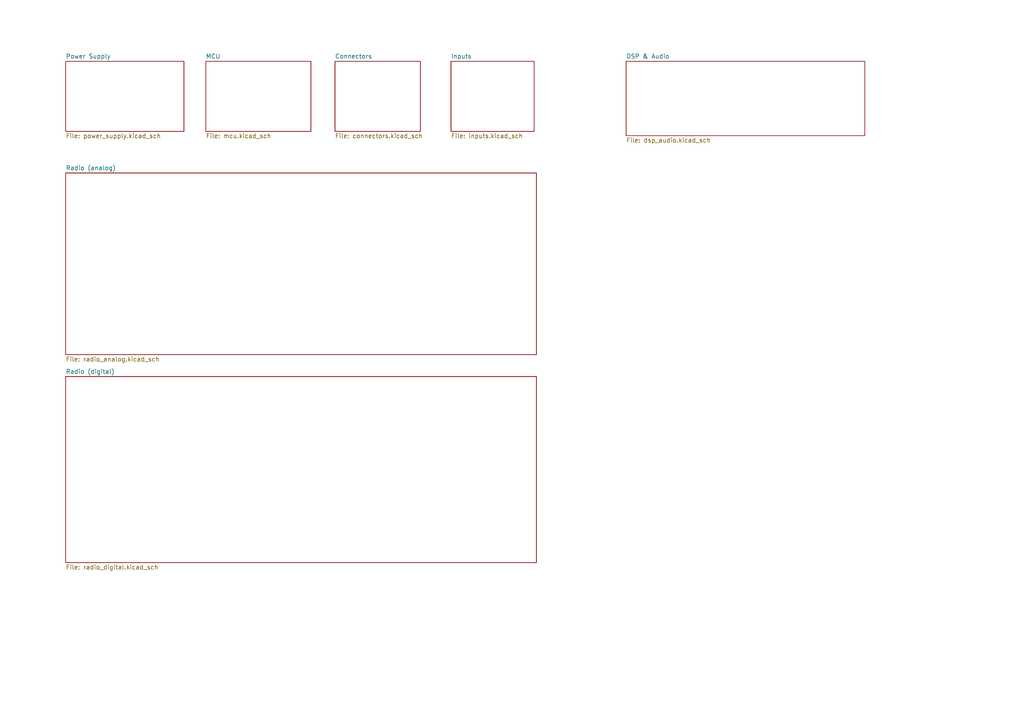
<source format=kicad_sch>
(kicad_sch (version 20230121) (generator eeschema)
  (paper "A4")
  (title_block (title "Belka DSP") (date "2023-11-16") (rev "0.0.2") (company "2ch"))
  (lib_symbols)
  (sheet (at 97.155 17.78) (size 24.765 20.32) (stroke (width 0.1524))
    (property "Sheetname" "Connectors" (at 97.155 17.0684 0) (effects (justify left bottom)))
    (property "Sheetfile" "connectors.kicad_sch" (at 97.155 38.6846 0) (effects (justify left top)))
  )
  (sheet (at 181.61 17.78) (size 69.215 21.59) (stroke (width 0.1524))
    (property "Sheetname" "DSP & Audio" (at 181.61 17.0684 0) (effects (justify left bottom)))
    (property "Sheetfile" "dsp_audio.kicad_sch" (at 181.61 39.9546 0) (effects (justify left top)))
  )
  (sheet (at 19.05 50.165) (size 136.525 52.705) (stroke (width 0.1524))
    (property "Sheetname" "Radio (analog)" (at 19.05 49.4534 0) (effects (justify left bottom)))
    (property "Sheetfile" "radio_analog.kicad_sch" (at 19.05 103.4546 0) (effects (justify left top)))
  )
  (sheet (at 19.05 17.78) (size 34.29 20.32) (stroke (width 0.1524))
    (property "Sheetname" "Power Supply" (at 19.05 17.0684 0) (effects (justify left bottom)))
    (property "Sheetfile" "power_supply.kicad_sch" (at 19.05 38.6846 0) (effects (justify left top)))
  )
  (sheet (at 130.81 17.78) (size 24.13 20.32) (stroke (width 0.1524))
    (property "Sheetname" "Inputs" (at 130.81 17.0684 0) (effects (justify left bottom)))
    (property "Sheetfile" "inputs.kicad_sch" (at 130.81 38.6846 0) (effects (justify left top)))
  )
  (sheet (at 19.05 109.22) (size 136.525 53.975) (stroke (width 0.1524))
    (property "Sheetname" "Radio (digital)" (at 19.05 108.5084 0) (effects (justify left bottom)))
    (property "Sheetfile" "radio_digital.kicad_sch" (at 19.05 163.7796 0) (effects (justify left top)))
  )
  (sheet (at 59.69 17.78) (size 30.48 20.32) (stroke (width 0.1524))
    (property "Sheetname" "MCU" (at 59.69 17.0684 0) (effects (justify left bottom)))
    (property "Sheetfile" "mcu.kicad_sch" (at 59.69 38.6846 0) (effects (justify left top)))
  )
)
</source>
